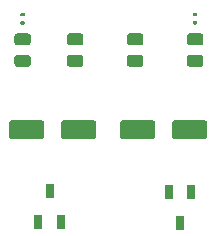
<source format=gbr>
%TF.GenerationSoftware,KiCad,Pcbnew,(5.1.10)-1*%
%TF.CreationDate,2021-09-02T17:40:54+03:00*%
%TF.ProjectId,Multivibrator,4d756c74-6976-4696-9272-61746f722e6b,rev?*%
%TF.SameCoordinates,Original*%
%TF.FileFunction,Paste,Top*%
%TF.FilePolarity,Positive*%
%FSLAX46Y46*%
G04 Gerber Fmt 4.6, Leading zero omitted, Abs format (unit mm)*
G04 Created by KiCad (PCBNEW (5.1.10)-1) date 2021-09-02 17:40:54*
%MOMM*%
%LPD*%
G01*
G04 APERTURE LIST*
%ADD10R,0.650000X1.220000*%
G04 APERTURE END LIST*
%TO.C,C2*%
G36*
G01*
X150303000Y-64601000D02*
X150303000Y-65701000D01*
G75*
G02*
X150053000Y-65951000I-250000J0D01*
G01*
X147553000Y-65951000D01*
G75*
G02*
X147303000Y-65701000I0J250000D01*
G01*
X147303000Y-64601000D01*
G75*
G02*
X147553000Y-64351000I250000J0D01*
G01*
X150053000Y-64351000D01*
G75*
G02*
X150303000Y-64601000I0J-250000D01*
G01*
G37*
G36*
G01*
X154703000Y-64601000D02*
X154703000Y-65701000D01*
G75*
G02*
X154453000Y-65951000I-250000J0D01*
G01*
X151953000Y-65951000D01*
G75*
G02*
X151703000Y-65701000I0J250000D01*
G01*
X151703000Y-64601000D01*
G75*
G02*
X151953000Y-64351000I250000J0D01*
G01*
X154453000Y-64351000D01*
G75*
G02*
X154703000Y-64601000I0J-250000D01*
G01*
G37*
%TD*%
D10*
%TO.C,Q2*%
X152400000Y-73065000D03*
X151450000Y-70445000D03*
X153350000Y-70445000D03*
%TD*%
%TO.C,Q1*%
X141351000Y-70381500D03*
X142301000Y-73001500D03*
X140401000Y-73001500D03*
%TD*%
%TO.C,C1*%
G36*
G01*
X142305000Y-65701000D02*
X142305000Y-64601000D01*
G75*
G02*
X142555000Y-64351000I250000J0D01*
G01*
X145055000Y-64351000D01*
G75*
G02*
X145305000Y-64601000I0J-250000D01*
G01*
X145305000Y-65701000D01*
G75*
G02*
X145055000Y-65951000I-250000J0D01*
G01*
X142555000Y-65951000D01*
G75*
G02*
X142305000Y-65701000I0J250000D01*
G01*
G37*
G36*
G01*
X137905000Y-65701000D02*
X137905000Y-64601000D01*
G75*
G02*
X138155000Y-64351000I250000J0D01*
G01*
X140655000Y-64351000D01*
G75*
G02*
X140905000Y-64601000I0J-250000D01*
G01*
X140905000Y-65701000D01*
G75*
G02*
X140655000Y-65951000I-250000J0D01*
G01*
X138155000Y-65951000D01*
G75*
G02*
X137905000Y-65701000I0J250000D01*
G01*
G37*
%TD*%
%TO.C,R4*%
G36*
G01*
X153219998Y-58820000D02*
X154120002Y-58820000D01*
G75*
G02*
X154370000Y-59069998I0J-249998D01*
G01*
X154370000Y-59595002D01*
G75*
G02*
X154120002Y-59845000I-249998J0D01*
G01*
X153219998Y-59845000D01*
G75*
G02*
X152970000Y-59595002I0J249998D01*
G01*
X152970000Y-59069998D01*
G75*
G02*
X153219998Y-58820000I249998J0D01*
G01*
G37*
G36*
G01*
X153219998Y-56995000D02*
X154120002Y-56995000D01*
G75*
G02*
X154370000Y-57244998I0J-249998D01*
G01*
X154370000Y-57770002D01*
G75*
G02*
X154120002Y-58020000I-249998J0D01*
G01*
X153219998Y-58020000D01*
G75*
G02*
X152970000Y-57770002I0J249998D01*
G01*
X152970000Y-57244998D01*
G75*
G02*
X153219998Y-56995000I249998J0D01*
G01*
G37*
%TD*%
%TO.C,R5*%
G36*
G01*
X148139998Y-58820000D02*
X149040002Y-58820000D01*
G75*
G02*
X149290000Y-59069998I0J-249998D01*
G01*
X149290000Y-59595002D01*
G75*
G02*
X149040002Y-59845000I-249998J0D01*
G01*
X148139998Y-59845000D01*
G75*
G02*
X147890000Y-59595002I0J249998D01*
G01*
X147890000Y-59069998D01*
G75*
G02*
X148139998Y-58820000I249998J0D01*
G01*
G37*
G36*
G01*
X148139998Y-56995000D02*
X149040002Y-56995000D01*
G75*
G02*
X149290000Y-57244998I0J-249998D01*
G01*
X149290000Y-57770002D01*
G75*
G02*
X149040002Y-58020000I-249998J0D01*
G01*
X148139998Y-58020000D01*
G75*
G02*
X147890000Y-57770002I0J249998D01*
G01*
X147890000Y-57244998D01*
G75*
G02*
X148139998Y-56995000I249998J0D01*
G01*
G37*
%TD*%
%TO.C,R2*%
G36*
G01*
X143059998Y-58820000D02*
X143960002Y-58820000D01*
G75*
G02*
X144210000Y-59069998I0J-249998D01*
G01*
X144210000Y-59595002D01*
G75*
G02*
X143960002Y-59845000I-249998J0D01*
G01*
X143059998Y-59845000D01*
G75*
G02*
X142810000Y-59595002I0J249998D01*
G01*
X142810000Y-59069998D01*
G75*
G02*
X143059998Y-58820000I249998J0D01*
G01*
G37*
G36*
G01*
X143059998Y-56995000D02*
X143960002Y-56995000D01*
G75*
G02*
X144210000Y-57244998I0J-249998D01*
G01*
X144210000Y-57770002D01*
G75*
G02*
X143960002Y-58020000I-249998J0D01*
G01*
X143059998Y-58020000D01*
G75*
G02*
X142810000Y-57770002I0J249998D01*
G01*
X142810000Y-57244998D01*
G75*
G02*
X143059998Y-56995000I249998J0D01*
G01*
G37*
%TD*%
%TO.C,R1*%
G36*
G01*
X138614998Y-58820000D02*
X139515002Y-58820000D01*
G75*
G02*
X139765000Y-59069998I0J-249998D01*
G01*
X139765000Y-59595002D01*
G75*
G02*
X139515002Y-59845000I-249998J0D01*
G01*
X138614998Y-59845000D01*
G75*
G02*
X138365000Y-59595002I0J249998D01*
G01*
X138365000Y-59069998D01*
G75*
G02*
X138614998Y-58820000I249998J0D01*
G01*
G37*
G36*
G01*
X138614998Y-56995000D02*
X139515002Y-56995000D01*
G75*
G02*
X139765000Y-57244998I0J-249998D01*
G01*
X139765000Y-57770002D01*
G75*
G02*
X139515002Y-58020000I-249998J0D01*
G01*
X138614998Y-58020000D01*
G75*
G02*
X138365000Y-57770002I0J249998D01*
G01*
X138365000Y-57244998D01*
G75*
G02*
X138614998Y-56995000I249998J0D01*
G01*
G37*
%TD*%
%TO.C,D2*%
G36*
G01*
X153770500Y-55567000D02*
X153569500Y-55567000D01*
G75*
G02*
X153490000Y-55487500I0J79500D01*
G01*
X153490000Y-55328500D01*
G75*
G02*
X153569500Y-55249000I79500J0D01*
G01*
X153770500Y-55249000D01*
G75*
G02*
X153850000Y-55328500I0J-79500D01*
G01*
X153850000Y-55487500D01*
G75*
G02*
X153770500Y-55567000I-79500J0D01*
G01*
G37*
G36*
G01*
X153770500Y-56257000D02*
X153569500Y-56257000D01*
G75*
G02*
X153490000Y-56177500I0J79500D01*
G01*
X153490000Y-56018500D01*
G75*
G02*
X153569500Y-55939000I79500J0D01*
G01*
X153770500Y-55939000D01*
G75*
G02*
X153850000Y-56018500I0J-79500D01*
G01*
X153850000Y-56177500D01*
G75*
G02*
X153770500Y-56257000I-79500J0D01*
G01*
G37*
%TD*%
%TO.C,D1*%
G36*
G01*
X139165500Y-55567000D02*
X138964500Y-55567000D01*
G75*
G02*
X138885000Y-55487500I0J79500D01*
G01*
X138885000Y-55328500D01*
G75*
G02*
X138964500Y-55249000I79500J0D01*
G01*
X139165500Y-55249000D01*
G75*
G02*
X139245000Y-55328500I0J-79500D01*
G01*
X139245000Y-55487500D01*
G75*
G02*
X139165500Y-55567000I-79500J0D01*
G01*
G37*
G36*
G01*
X139165500Y-56257000D02*
X138964500Y-56257000D01*
G75*
G02*
X138885000Y-56177500I0J79500D01*
G01*
X138885000Y-56018500D01*
G75*
G02*
X138964500Y-55939000I79500J0D01*
G01*
X139165500Y-55939000D01*
G75*
G02*
X139245000Y-56018500I0J-79500D01*
G01*
X139245000Y-56177500D01*
G75*
G02*
X139165500Y-56257000I-79500J0D01*
G01*
G37*
%TD*%
M02*

</source>
